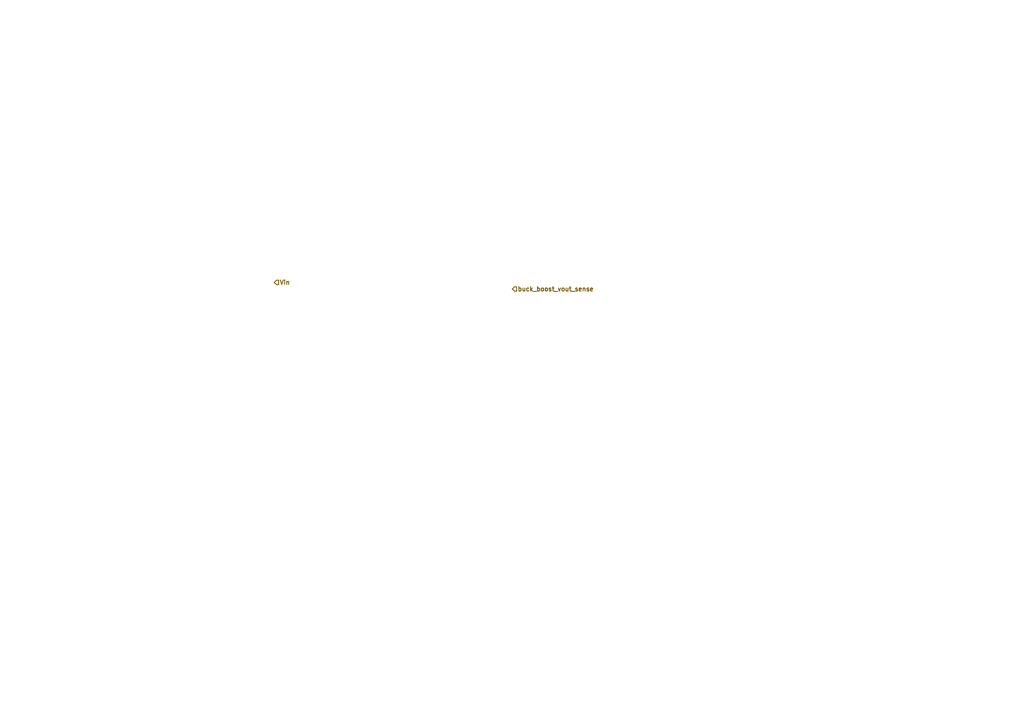
<source format=kicad_sch>
(kicad_sch
	(version 20250114)
	(generator "eeschema")
	(generator_version "9.0")
	(uuid "d04a7fc9-1a04-468d-a387-ac0e02693212")
	(paper "A4")
	(lib_symbols)
	(hierarchical_label "buck_boost_vout_sense"
		(shape input)
		(at 148.59 83.82 0)
		(effects
			(font
				(size 1.27 1.27)
				(thickness 0.254)
				(bold yes)
			)
			(justify left)
		)
		(uuid "7d49a3d7-5ed7-459d-8d99-3b25f98780e8")
	)
	(hierarchical_label "Vin"
		(shape input)
		(at 79.5479 81.9076 0)
		(effects
			(font
				(size 1.27 1.27)
				(thickness 0.254)
				(bold yes)
			)
			(justify left)
		)
		(uuid "d6e7a434-12e8-4b59-a9c7-84a5dae791dc")
	)
)

</source>
